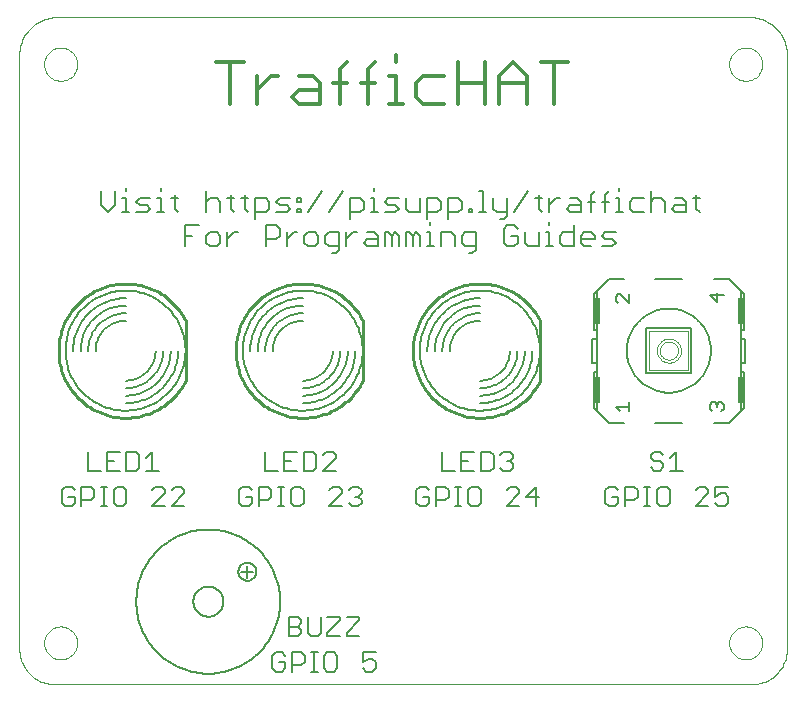
<source format=gto>
G04 EAGLE Gerber RS-274X export*
G75*
%MOIN*%
%FSLAX34Y34*%
%LPD*%
%INTop silk*%
%IPPOS*%
%AMOC8*
5,1,8,0,0,1.08239X$1,22.5*%
G01*
%ADD10C,0.000000*%
%ADD11C,0.006000*%
%ADD12C,0.012000*%
%ADD13C,0.010000*%
%ADD14C,0.005000*%
%ADD15C,0.002000*%
%ADD16R,0.020000X0.085000*%
%ADD17C,0.007000*%


D10*
X1181Y0D02*
X24409Y0D01*
X25591Y1181D02*
X25591Y20866D01*
X24409Y22244D02*
X1181Y22244D01*
X0Y20866D02*
X0Y1181D01*
X2Y1115D01*
X7Y1049D01*
X17Y983D01*
X30Y918D01*
X46Y854D01*
X66Y791D01*
X90Y729D01*
X117Y669D01*
X147Y610D01*
X181Y553D01*
X218Y498D01*
X258Y445D01*
X300Y394D01*
X346Y346D01*
X394Y300D01*
X445Y258D01*
X498Y218D01*
X553Y181D01*
X610Y147D01*
X669Y117D01*
X729Y90D01*
X791Y66D01*
X854Y46D01*
X918Y30D01*
X983Y17D01*
X1049Y7D01*
X1115Y2D01*
X1181Y0D01*
X24409Y0D02*
X24475Y2D01*
X24541Y7D01*
X24607Y17D01*
X24672Y30D01*
X24736Y46D01*
X24799Y66D01*
X24861Y90D01*
X24921Y117D01*
X24980Y147D01*
X25037Y181D01*
X25092Y218D01*
X25145Y258D01*
X25196Y300D01*
X25244Y346D01*
X25290Y394D01*
X25332Y445D01*
X25372Y498D01*
X25409Y553D01*
X25443Y610D01*
X25473Y669D01*
X25500Y729D01*
X25524Y791D01*
X25544Y854D01*
X25560Y918D01*
X25573Y983D01*
X25583Y1049D01*
X25588Y1115D01*
X25590Y1181D01*
X25590Y20867D02*
X25594Y20936D01*
X25593Y21005D01*
X25589Y21075D01*
X25581Y21144D01*
X25570Y21212D01*
X25555Y21280D01*
X25536Y21347D01*
X25513Y21413D01*
X25487Y21477D01*
X25458Y21540D01*
X25425Y21601D01*
X25389Y21661D01*
X25350Y21718D01*
X25307Y21773D01*
X25262Y21826D01*
X25214Y21876D01*
X25163Y21924D01*
X25110Y21969D01*
X25055Y22010D01*
X24997Y22049D01*
X24937Y22085D01*
X24876Y22117D01*
X24813Y22146D01*
X24748Y22171D01*
X24682Y22193D01*
X24615Y22211D01*
X24547Y22226D01*
X24479Y22237D01*
X24409Y22244D01*
X1182Y22244D02*
X1112Y22237D01*
X1044Y22226D01*
X976Y22211D01*
X909Y22193D01*
X843Y22171D01*
X778Y22146D01*
X715Y22117D01*
X654Y22085D01*
X594Y22049D01*
X536Y22010D01*
X481Y21969D01*
X428Y21924D01*
X377Y21876D01*
X329Y21826D01*
X284Y21773D01*
X241Y21718D01*
X202Y21661D01*
X166Y21601D01*
X133Y21540D01*
X104Y21477D01*
X78Y21413D01*
X55Y21347D01*
X36Y21280D01*
X21Y21212D01*
X10Y21144D01*
X2Y21075D01*
X-2Y21005D01*
X-3Y20936D01*
X1Y20867D01*
D11*
X1745Y6576D02*
X1852Y6469D01*
X1745Y6576D02*
X1532Y6576D01*
X1425Y6469D01*
X1425Y6042D01*
X1532Y5936D01*
X1745Y5936D01*
X1852Y6042D01*
X1852Y6256D01*
X1638Y6256D01*
X2069Y5936D02*
X2069Y6576D01*
X2390Y6576D01*
X2496Y6469D01*
X2496Y6256D01*
X2390Y6149D01*
X2069Y6149D01*
X2714Y5936D02*
X2927Y5936D01*
X2821Y5936D02*
X2821Y6576D01*
X2927Y6576D02*
X2714Y6576D01*
X3250Y6576D02*
X3464Y6576D01*
X3250Y6576D02*
X3144Y6469D01*
X3144Y6042D01*
X3250Y5936D01*
X3464Y5936D01*
X3571Y6042D01*
X3571Y6469D01*
X3464Y6576D01*
X4433Y5936D02*
X4860Y5936D01*
X4433Y5936D02*
X4860Y6363D01*
X4860Y6469D01*
X4753Y6576D01*
X4539Y6576D01*
X4433Y6469D01*
X5077Y5936D02*
X5504Y5936D01*
X5077Y5936D02*
X5504Y6363D01*
X5504Y6469D01*
X5398Y6576D01*
X5184Y6576D01*
X5077Y6469D01*
X7651Y6576D02*
X7757Y6469D01*
X7651Y6576D02*
X7437Y6576D01*
X7330Y6469D01*
X7330Y6042D01*
X7437Y5936D01*
X7651Y5936D01*
X7757Y6042D01*
X7757Y6256D01*
X7544Y6256D01*
X7975Y5936D02*
X7975Y6576D01*
X8295Y6576D01*
X8402Y6469D01*
X8402Y6256D01*
X8295Y6149D01*
X7975Y6149D01*
X8619Y5936D02*
X8833Y5936D01*
X8726Y5936D02*
X8726Y6576D01*
X8619Y6576D02*
X8833Y6576D01*
X9156Y6576D02*
X9369Y6576D01*
X9156Y6576D02*
X9049Y6469D01*
X9049Y6042D01*
X9156Y5936D01*
X9369Y5936D01*
X9476Y6042D01*
X9476Y6469D01*
X9369Y6576D01*
X10338Y5936D02*
X10765Y5936D01*
X10338Y5936D02*
X10765Y6363D01*
X10765Y6469D01*
X10658Y6576D01*
X10445Y6576D01*
X10338Y6469D01*
X10983Y6469D02*
X11090Y6576D01*
X11303Y6576D01*
X11410Y6469D01*
X11410Y6363D01*
X11303Y6256D01*
X11196Y6256D01*
X11303Y6256D02*
X11410Y6149D01*
X11410Y6042D01*
X11303Y5936D01*
X11090Y5936D01*
X10983Y6042D01*
X13556Y6576D02*
X13663Y6469D01*
X13556Y6576D02*
X13343Y6576D01*
X13236Y6469D01*
X13236Y6042D01*
X13343Y5936D01*
X13556Y5936D01*
X13663Y6042D01*
X13663Y6256D01*
X13449Y6256D01*
X13880Y5936D02*
X13880Y6576D01*
X14201Y6576D01*
X14307Y6469D01*
X14307Y6256D01*
X14201Y6149D01*
X13880Y6149D01*
X14525Y5936D02*
X14738Y5936D01*
X14632Y5936D02*
X14632Y6576D01*
X14738Y6576D02*
X14525Y6576D01*
X15061Y6576D02*
X15275Y6576D01*
X15061Y6576D02*
X14955Y6469D01*
X14955Y6042D01*
X15061Y5936D01*
X15275Y5936D01*
X15382Y6042D01*
X15382Y6469D01*
X15275Y6576D01*
X16244Y5936D02*
X16671Y5936D01*
X16244Y5936D02*
X16671Y6363D01*
X16671Y6469D01*
X16564Y6576D01*
X16350Y6576D01*
X16244Y6469D01*
X17209Y6576D02*
X17209Y5936D01*
X16888Y6256D02*
X17209Y6576D01*
X17315Y6256D02*
X16888Y6256D01*
X19855Y6576D02*
X19962Y6469D01*
X19855Y6576D02*
X19642Y6576D01*
X19535Y6469D01*
X19535Y6042D01*
X19642Y5936D01*
X19855Y5936D01*
X19962Y6042D01*
X19962Y6256D01*
X19749Y6256D01*
X20180Y5936D02*
X20180Y6576D01*
X20500Y6576D01*
X20607Y6469D01*
X20607Y6256D01*
X20500Y6149D01*
X20180Y6149D01*
X20824Y5936D02*
X21038Y5936D01*
X20931Y5936D02*
X20931Y6576D01*
X20824Y6576D02*
X21038Y6576D01*
X21361Y6576D02*
X21574Y6576D01*
X21361Y6576D02*
X21254Y6469D01*
X21254Y6042D01*
X21361Y5936D01*
X21574Y5936D01*
X21681Y6042D01*
X21681Y6469D01*
X21574Y6576D01*
X22543Y5936D02*
X22970Y5936D01*
X22543Y5936D02*
X22970Y6363D01*
X22970Y6469D01*
X22863Y6576D01*
X22650Y6576D01*
X22543Y6469D01*
X23187Y6576D02*
X23615Y6576D01*
X23187Y6576D02*
X23187Y6256D01*
X23401Y6363D01*
X23508Y6363D01*
X23615Y6256D01*
X23615Y6042D01*
X23508Y5936D01*
X23294Y5936D01*
X23187Y6042D01*
X2737Y15970D02*
X2737Y16438D01*
X2737Y15970D02*
X2970Y15737D01*
X3204Y15970D01*
X3204Y16438D01*
X3436Y16204D02*
X3553Y16204D01*
X3553Y15737D01*
X3436Y15737D02*
X3670Y15737D01*
X3553Y16438D02*
X3553Y16554D01*
X3903Y15737D02*
X4253Y15737D01*
X4370Y15854D01*
X4253Y15970D01*
X4020Y15970D01*
X3903Y16087D01*
X4020Y16204D01*
X4370Y16204D01*
X4603Y16204D02*
X4719Y16204D01*
X4719Y15737D01*
X4603Y15737D02*
X4836Y15737D01*
X4719Y16438D02*
X4719Y16554D01*
X5186Y16321D02*
X5186Y15854D01*
X5303Y15737D01*
X5303Y16204D02*
X5069Y16204D01*
X6236Y16438D02*
X6236Y15737D01*
X6236Y16087D02*
X6352Y16204D01*
X6586Y16204D01*
X6703Y16087D01*
X6703Y15737D01*
X7052Y15854D02*
X7052Y16321D01*
X7052Y15854D02*
X7169Y15737D01*
X7169Y16204D02*
X6935Y16204D01*
X7519Y16321D02*
X7519Y15854D01*
X7635Y15737D01*
X7635Y16204D02*
X7402Y16204D01*
X7868Y16204D02*
X7868Y15503D01*
X7868Y16204D02*
X8219Y16204D01*
X8335Y16087D01*
X8335Y15854D01*
X8219Y15737D01*
X7868Y15737D01*
X8568Y15737D02*
X8918Y15737D01*
X9035Y15854D01*
X8918Y15970D01*
X8685Y15970D01*
X8568Y16087D01*
X8685Y16204D01*
X9035Y16204D01*
X9268Y16204D02*
X9385Y16204D01*
X9385Y16087D01*
X9268Y16087D01*
X9268Y16204D01*
X9268Y15854D02*
X9385Y15854D01*
X9385Y15737D01*
X9268Y15737D01*
X9268Y15854D01*
X9618Y15737D02*
X10085Y16438D01*
X10785Y16438D02*
X10318Y15737D01*
X11017Y15503D02*
X11017Y16204D01*
X11368Y16204D01*
X11485Y16087D01*
X11485Y15854D01*
X11368Y15737D01*
X11017Y15737D01*
X11717Y16204D02*
X11834Y16204D01*
X11834Y15737D01*
X11717Y15737D02*
X11951Y15737D01*
X11834Y16438D02*
X11834Y16554D01*
X12184Y15737D02*
X12534Y15737D01*
X12651Y15854D01*
X12534Y15970D01*
X12301Y15970D01*
X12184Y16087D01*
X12301Y16204D01*
X12651Y16204D01*
X12884Y16204D02*
X12884Y15854D01*
X13000Y15737D01*
X13351Y15737D01*
X13351Y16204D01*
X13583Y16204D02*
X13583Y15503D01*
X13583Y16204D02*
X13934Y16204D01*
X14050Y16087D01*
X14050Y15854D01*
X13934Y15737D01*
X13583Y15737D01*
X14283Y15503D02*
X14283Y16204D01*
X14633Y16204D01*
X14750Y16087D01*
X14750Y15854D01*
X14633Y15737D01*
X14283Y15737D01*
X14983Y15737D02*
X14983Y15854D01*
X15100Y15854D01*
X15100Y15737D01*
X14983Y15737D01*
X15333Y16438D02*
X15450Y16438D01*
X15450Y15737D01*
X15566Y15737D02*
X15333Y15737D01*
X15799Y15854D02*
X15799Y16204D01*
X15799Y15854D02*
X15916Y15737D01*
X16266Y15737D01*
X16266Y15620D02*
X16266Y16204D01*
X16266Y15620D02*
X16150Y15503D01*
X16033Y15503D01*
X16499Y15737D02*
X16966Y16438D01*
X17316Y16321D02*
X17316Y15854D01*
X17433Y15737D01*
X17433Y16204D02*
X17199Y16204D01*
X17666Y16204D02*
X17666Y15737D01*
X17666Y15970D02*
X17899Y16204D01*
X18016Y16204D01*
X18365Y16204D02*
X18599Y16204D01*
X18716Y16087D01*
X18716Y15737D01*
X18365Y15737D01*
X18249Y15854D01*
X18365Y15970D01*
X18716Y15970D01*
X19065Y15737D02*
X19065Y16321D01*
X19182Y16438D01*
X19182Y16087D02*
X18948Y16087D01*
X19532Y16321D02*
X19532Y15737D01*
X19532Y16321D02*
X19649Y16438D01*
X19649Y16087D02*
X19415Y16087D01*
X19882Y16204D02*
X19998Y16204D01*
X19998Y15737D01*
X19882Y15737D02*
X20115Y15737D01*
X19998Y16438D02*
X19998Y16554D01*
X20465Y16204D02*
X20815Y16204D01*
X20465Y16204D02*
X20348Y16087D01*
X20348Y15854D01*
X20465Y15737D01*
X20815Y15737D01*
X21048Y15737D02*
X21048Y16438D01*
X21165Y16204D02*
X21048Y16087D01*
X21165Y16204D02*
X21398Y16204D01*
X21515Y16087D01*
X21515Y15737D01*
X21864Y16204D02*
X22098Y16204D01*
X22215Y16087D01*
X22215Y15737D01*
X21864Y15737D01*
X21748Y15854D01*
X21864Y15970D01*
X22215Y15970D01*
X22564Y15854D02*
X22564Y16321D01*
X22564Y15854D02*
X22681Y15737D01*
X22681Y16204D02*
X22447Y16204D01*
X5536Y15298D02*
X5536Y14597D01*
X5536Y15298D02*
X6003Y15298D01*
X5769Y14947D02*
X5536Y14947D01*
X6352Y14597D02*
X6586Y14597D01*
X6703Y14714D01*
X6703Y14947D01*
X6586Y15064D01*
X6352Y15064D01*
X6236Y14947D01*
X6236Y14714D01*
X6352Y14597D01*
X6935Y14597D02*
X6935Y15064D01*
X6935Y14830D02*
X7169Y15064D01*
X7286Y15064D01*
X8218Y15298D02*
X8218Y14597D01*
X8218Y15298D02*
X8569Y15298D01*
X8685Y15181D01*
X8685Y14947D01*
X8569Y14830D01*
X8218Y14830D01*
X8918Y14597D02*
X8918Y15064D01*
X8918Y14830D02*
X9152Y15064D01*
X9268Y15064D01*
X9618Y14597D02*
X9852Y14597D01*
X9968Y14714D01*
X9968Y14947D01*
X9852Y15064D01*
X9618Y15064D01*
X9501Y14947D01*
X9501Y14714D01*
X9618Y14597D01*
X10435Y14363D02*
X10551Y14363D01*
X10668Y14480D01*
X10668Y15064D01*
X10318Y15064D01*
X10201Y14947D01*
X10201Y14714D01*
X10318Y14597D01*
X10668Y14597D01*
X10901Y14597D02*
X10901Y15064D01*
X11134Y15064D02*
X10901Y14830D01*
X11134Y15064D02*
X11251Y15064D01*
X11601Y15064D02*
X11834Y15064D01*
X11951Y14947D01*
X11951Y14597D01*
X11601Y14597D01*
X11484Y14714D01*
X11601Y14830D01*
X11951Y14830D01*
X12184Y14597D02*
X12184Y15064D01*
X12301Y15064D01*
X12417Y14947D01*
X12417Y14597D01*
X12417Y14947D02*
X12534Y15064D01*
X12651Y14947D01*
X12651Y14597D01*
X12884Y14597D02*
X12884Y15064D01*
X13000Y15064D01*
X13117Y14947D01*
X13117Y14597D01*
X13117Y14947D02*
X13234Y15064D01*
X13351Y14947D01*
X13351Y14597D01*
X13583Y15064D02*
X13700Y15064D01*
X13700Y14597D01*
X13583Y14597D02*
X13817Y14597D01*
X13700Y15298D02*
X13700Y15414D01*
X14050Y15064D02*
X14050Y14597D01*
X14050Y15064D02*
X14400Y15064D01*
X14517Y14947D01*
X14517Y14597D01*
X14983Y14363D02*
X15100Y14363D01*
X15217Y14480D01*
X15217Y15064D01*
X14866Y15064D01*
X14750Y14947D01*
X14750Y14714D01*
X14866Y14597D01*
X15217Y14597D01*
X16500Y15298D02*
X16616Y15181D01*
X16500Y15298D02*
X16266Y15298D01*
X16149Y15181D01*
X16149Y14714D01*
X16266Y14597D01*
X16500Y14597D01*
X16616Y14714D01*
X16616Y14947D01*
X16383Y14947D01*
X16849Y15064D02*
X16849Y14714D01*
X16966Y14597D01*
X17316Y14597D01*
X17316Y15064D01*
X17549Y15064D02*
X17666Y15064D01*
X17666Y14597D01*
X17782Y14597D02*
X17549Y14597D01*
X17666Y15298D02*
X17666Y15414D01*
X18482Y15298D02*
X18482Y14597D01*
X18132Y14597D01*
X18015Y14714D01*
X18015Y14947D01*
X18132Y15064D01*
X18482Y15064D01*
X18832Y14597D02*
X19066Y14597D01*
X18832Y14597D02*
X18715Y14714D01*
X18715Y14947D01*
X18832Y15064D01*
X19066Y15064D01*
X19182Y14947D01*
X19182Y14830D01*
X18715Y14830D01*
X19415Y14597D02*
X19765Y14597D01*
X19882Y14714D01*
X19765Y14830D01*
X19532Y14830D01*
X19415Y14947D01*
X19532Y15064D01*
X19882Y15064D01*
D12*
X7019Y19351D02*
X7019Y20733D01*
X7479Y20733D02*
X6558Y20733D01*
X7939Y20272D02*
X7939Y19351D01*
X7939Y19812D02*
X8400Y20272D01*
X8630Y20272D01*
X9321Y20272D02*
X9781Y20272D01*
X10011Y20042D01*
X10011Y19351D01*
X9321Y19351D01*
X9090Y19582D01*
X9321Y19812D01*
X10011Y19812D01*
X10702Y19351D02*
X10702Y20502D01*
X10932Y20733D01*
X10932Y20042D02*
X10472Y20042D01*
X11623Y20502D02*
X11623Y19351D01*
X11623Y20502D02*
X11853Y20733D01*
X11853Y20042D02*
X11392Y20042D01*
X12313Y20272D02*
X12543Y20272D01*
X12543Y19351D01*
X12313Y19351D02*
X12774Y19351D01*
X12543Y20733D02*
X12543Y20963D01*
X13464Y20272D02*
X14155Y20272D01*
X13464Y20272D02*
X13234Y20042D01*
X13234Y19582D01*
X13464Y19351D01*
X14155Y19351D01*
X14615Y19351D02*
X14615Y20733D01*
X14615Y20042D02*
X15536Y20042D01*
X15536Y20733D02*
X15536Y19351D01*
X15996Y19351D02*
X15996Y20272D01*
X16457Y20733D01*
X16917Y20272D01*
X16917Y19351D01*
X16917Y20042D02*
X15996Y20042D01*
X17838Y19351D02*
X17838Y20733D01*
X18298Y20733D02*
X17377Y20733D01*
D11*
X8760Y1064D02*
X8867Y957D01*
X8760Y1064D02*
X8547Y1064D01*
X8440Y957D01*
X8440Y530D01*
X8547Y424D01*
X8760Y424D01*
X8867Y530D01*
X8867Y744D01*
X8654Y744D01*
X9085Y424D02*
X9085Y1064D01*
X9405Y1064D01*
X9512Y957D01*
X9512Y744D01*
X9405Y637D01*
X9085Y637D01*
X9729Y424D02*
X9943Y424D01*
X9836Y424D02*
X9836Y1064D01*
X9729Y1064D02*
X9943Y1064D01*
X10266Y1064D02*
X10479Y1064D01*
X10266Y1064D02*
X10159Y957D01*
X10159Y530D01*
X10266Y424D01*
X10479Y424D01*
X10586Y530D01*
X10586Y957D01*
X10479Y1064D01*
X11448Y1064D02*
X11875Y1064D01*
X11448Y1064D02*
X11448Y744D01*
X11661Y851D01*
X11768Y851D01*
X11875Y744D01*
X11875Y530D01*
X11768Y424D01*
X11555Y424D01*
X11448Y530D01*
D10*
X827Y20669D02*
X829Y20716D01*
X835Y20762D01*
X845Y20808D01*
X858Y20853D01*
X876Y20896D01*
X897Y20938D01*
X921Y20978D01*
X949Y21015D01*
X980Y21050D01*
X1014Y21083D01*
X1050Y21112D01*
X1089Y21138D01*
X1130Y21161D01*
X1173Y21180D01*
X1217Y21196D01*
X1262Y21208D01*
X1308Y21216D01*
X1355Y21220D01*
X1401Y21220D01*
X1448Y21216D01*
X1494Y21208D01*
X1539Y21196D01*
X1583Y21180D01*
X1626Y21161D01*
X1667Y21138D01*
X1706Y21112D01*
X1742Y21083D01*
X1776Y21050D01*
X1807Y21015D01*
X1835Y20978D01*
X1859Y20938D01*
X1880Y20896D01*
X1898Y20853D01*
X1911Y20808D01*
X1921Y20762D01*
X1927Y20716D01*
X1929Y20669D01*
X1927Y20622D01*
X1921Y20576D01*
X1911Y20530D01*
X1898Y20485D01*
X1880Y20442D01*
X1859Y20400D01*
X1835Y20360D01*
X1807Y20323D01*
X1776Y20288D01*
X1742Y20255D01*
X1706Y20226D01*
X1667Y20200D01*
X1626Y20177D01*
X1583Y20158D01*
X1539Y20142D01*
X1494Y20130D01*
X1448Y20122D01*
X1401Y20118D01*
X1355Y20118D01*
X1308Y20122D01*
X1262Y20130D01*
X1217Y20142D01*
X1173Y20158D01*
X1130Y20177D01*
X1089Y20200D01*
X1050Y20226D01*
X1014Y20255D01*
X980Y20288D01*
X949Y20323D01*
X921Y20360D01*
X897Y20400D01*
X876Y20442D01*
X858Y20485D01*
X845Y20530D01*
X835Y20576D01*
X829Y20622D01*
X827Y20669D01*
X23662Y20669D02*
X23664Y20716D01*
X23670Y20762D01*
X23680Y20808D01*
X23693Y20853D01*
X23711Y20896D01*
X23732Y20938D01*
X23756Y20978D01*
X23784Y21015D01*
X23815Y21050D01*
X23849Y21083D01*
X23885Y21112D01*
X23924Y21138D01*
X23965Y21161D01*
X24008Y21180D01*
X24052Y21196D01*
X24097Y21208D01*
X24143Y21216D01*
X24190Y21220D01*
X24236Y21220D01*
X24283Y21216D01*
X24329Y21208D01*
X24374Y21196D01*
X24418Y21180D01*
X24461Y21161D01*
X24502Y21138D01*
X24541Y21112D01*
X24577Y21083D01*
X24611Y21050D01*
X24642Y21015D01*
X24670Y20978D01*
X24694Y20938D01*
X24715Y20896D01*
X24733Y20853D01*
X24746Y20808D01*
X24756Y20762D01*
X24762Y20716D01*
X24764Y20669D01*
X24762Y20622D01*
X24756Y20576D01*
X24746Y20530D01*
X24733Y20485D01*
X24715Y20442D01*
X24694Y20400D01*
X24670Y20360D01*
X24642Y20323D01*
X24611Y20288D01*
X24577Y20255D01*
X24541Y20226D01*
X24502Y20200D01*
X24461Y20177D01*
X24418Y20158D01*
X24374Y20142D01*
X24329Y20130D01*
X24283Y20122D01*
X24236Y20118D01*
X24190Y20118D01*
X24143Y20122D01*
X24097Y20130D01*
X24052Y20142D01*
X24008Y20158D01*
X23965Y20177D01*
X23924Y20200D01*
X23885Y20226D01*
X23849Y20255D01*
X23815Y20288D01*
X23784Y20323D01*
X23756Y20360D01*
X23732Y20400D01*
X23711Y20442D01*
X23693Y20485D01*
X23680Y20530D01*
X23670Y20576D01*
X23664Y20622D01*
X23662Y20669D01*
X827Y1378D02*
X829Y1425D01*
X835Y1471D01*
X845Y1517D01*
X858Y1562D01*
X876Y1605D01*
X897Y1647D01*
X921Y1687D01*
X949Y1724D01*
X980Y1759D01*
X1014Y1792D01*
X1050Y1821D01*
X1089Y1847D01*
X1130Y1870D01*
X1173Y1889D01*
X1217Y1905D01*
X1262Y1917D01*
X1308Y1925D01*
X1355Y1929D01*
X1401Y1929D01*
X1448Y1925D01*
X1494Y1917D01*
X1539Y1905D01*
X1583Y1889D01*
X1626Y1870D01*
X1667Y1847D01*
X1706Y1821D01*
X1742Y1792D01*
X1776Y1759D01*
X1807Y1724D01*
X1835Y1687D01*
X1859Y1647D01*
X1880Y1605D01*
X1898Y1562D01*
X1911Y1517D01*
X1921Y1471D01*
X1927Y1425D01*
X1929Y1378D01*
X1927Y1331D01*
X1921Y1285D01*
X1911Y1239D01*
X1898Y1194D01*
X1880Y1151D01*
X1859Y1109D01*
X1835Y1069D01*
X1807Y1032D01*
X1776Y997D01*
X1742Y964D01*
X1706Y935D01*
X1667Y909D01*
X1626Y886D01*
X1583Y867D01*
X1539Y851D01*
X1494Y839D01*
X1448Y831D01*
X1401Y827D01*
X1355Y827D01*
X1308Y831D01*
X1262Y839D01*
X1217Y851D01*
X1173Y867D01*
X1130Y886D01*
X1089Y909D01*
X1050Y935D01*
X1014Y964D01*
X980Y997D01*
X949Y1032D01*
X921Y1069D01*
X897Y1109D01*
X876Y1151D01*
X858Y1194D01*
X845Y1239D01*
X835Y1285D01*
X829Y1331D01*
X827Y1378D01*
X23662Y1378D02*
X23664Y1425D01*
X23670Y1471D01*
X23680Y1517D01*
X23693Y1562D01*
X23711Y1605D01*
X23732Y1647D01*
X23756Y1687D01*
X23784Y1724D01*
X23815Y1759D01*
X23849Y1792D01*
X23885Y1821D01*
X23924Y1847D01*
X23965Y1870D01*
X24008Y1889D01*
X24052Y1905D01*
X24097Y1917D01*
X24143Y1925D01*
X24190Y1929D01*
X24236Y1929D01*
X24283Y1925D01*
X24329Y1917D01*
X24374Y1905D01*
X24418Y1889D01*
X24461Y1870D01*
X24502Y1847D01*
X24541Y1821D01*
X24577Y1792D01*
X24611Y1759D01*
X24642Y1724D01*
X24670Y1687D01*
X24694Y1647D01*
X24715Y1605D01*
X24733Y1562D01*
X24746Y1517D01*
X24756Y1471D01*
X24762Y1425D01*
X24764Y1378D01*
X24762Y1331D01*
X24756Y1285D01*
X24746Y1239D01*
X24733Y1194D01*
X24715Y1151D01*
X24694Y1109D01*
X24670Y1069D01*
X24642Y1032D01*
X24611Y997D01*
X24577Y964D01*
X24541Y935D01*
X24502Y909D01*
X24461Y886D01*
X24418Y867D01*
X24374Y851D01*
X24329Y839D01*
X24283Y831D01*
X24236Y827D01*
X24190Y827D01*
X24143Y831D01*
X24097Y839D01*
X24052Y851D01*
X24008Y867D01*
X23965Y886D01*
X23924Y909D01*
X23885Y935D01*
X23849Y964D01*
X23815Y997D01*
X23784Y1032D01*
X23756Y1069D01*
X23732Y1109D01*
X23711Y1151D01*
X23693Y1194D01*
X23680Y1239D01*
X23670Y1285D01*
X23664Y1331D01*
X23662Y1378D01*
D13*
X5543Y10122D02*
X5499Y10039D01*
X5452Y9958D01*
X5402Y9880D01*
X5348Y9803D01*
X5292Y9728D01*
X5232Y9657D01*
X5169Y9587D01*
X5103Y9521D01*
X5035Y9457D01*
X4964Y9396D01*
X4891Y9338D01*
X4815Y9283D01*
X4737Y9231D01*
X4657Y9183D01*
X4575Y9138D01*
X4491Y9097D01*
X4405Y9059D01*
X4318Y9025D01*
X4230Y8994D01*
X4140Y8967D01*
X4049Y8944D01*
X3958Y8925D01*
X3866Y8909D01*
X3773Y8898D01*
X3679Y8890D01*
X3586Y8886D01*
X3492Y8887D01*
X3399Y8891D01*
X3306Y8899D01*
X3213Y8910D01*
X3121Y8926D01*
X3029Y8946D01*
X2939Y8969D01*
X2849Y8996D01*
X2761Y9027D01*
X2674Y9062D01*
X2588Y9100D01*
X2505Y9142D01*
X2423Y9187D01*
X2343Y9235D01*
X2265Y9287D01*
X2189Y9342D01*
X2116Y9400D01*
X2045Y9462D01*
X1977Y9526D01*
X1912Y9593D01*
X1849Y9662D01*
X1790Y9734D01*
X1733Y9809D01*
X1680Y9886D01*
X1630Y9965D01*
X1583Y10046D01*
X1540Y10129D01*
X1500Y10213D01*
X1464Y10300D01*
X1431Y10387D01*
X1402Y10476D01*
X1377Y10567D01*
X1356Y10658D01*
X1338Y10750D01*
X1325Y10842D01*
X1315Y10935D01*
X1309Y11028D01*
X1307Y11122D01*
X1309Y11216D01*
X1315Y11309D01*
X1325Y11402D01*
X1338Y11494D01*
X1356Y11586D01*
X1377Y11677D01*
X1402Y11768D01*
X1431Y11857D01*
X1464Y11944D01*
X1500Y12031D01*
X1540Y12115D01*
X1583Y12198D01*
X1630Y12279D01*
X1680Y12358D01*
X1733Y12435D01*
X1790Y12510D01*
X1849Y12582D01*
X1912Y12651D01*
X1977Y12718D01*
X2045Y12782D01*
X2116Y12844D01*
X2189Y12902D01*
X2265Y12957D01*
X2343Y13009D01*
X2423Y13057D01*
X2505Y13102D01*
X2588Y13144D01*
X2674Y13182D01*
X2761Y13217D01*
X2849Y13248D01*
X2939Y13275D01*
X3029Y13298D01*
X3121Y13318D01*
X3213Y13334D01*
X3306Y13345D01*
X3399Y13353D01*
X3492Y13357D01*
X3586Y13358D01*
X3679Y13354D01*
X3773Y13346D01*
X3866Y13335D01*
X3958Y13319D01*
X4049Y13300D01*
X4140Y13277D01*
X4230Y13250D01*
X4318Y13219D01*
X4405Y13185D01*
X4491Y13147D01*
X4575Y13106D01*
X4657Y13061D01*
X4737Y13013D01*
X4815Y12961D01*
X4891Y12906D01*
X4964Y12848D01*
X5035Y12787D01*
X5103Y12723D01*
X5169Y12657D01*
X5232Y12587D01*
X5292Y12516D01*
X5348Y12441D01*
X5402Y12364D01*
X5452Y12286D01*
X5499Y12205D01*
X5543Y12122D01*
D14*
X5293Y11122D02*
X5291Y11041D01*
X5286Y10961D01*
X5276Y10880D01*
X5263Y10800D01*
X5247Y10721D01*
X5226Y10643D01*
X5202Y10566D01*
X5175Y10490D01*
X5144Y10415D01*
X5110Y10342D01*
X5072Y10270D01*
X5031Y10201D01*
X4987Y10133D01*
X4940Y10067D01*
X4889Y10004D01*
X4836Y9943D01*
X4780Y9885D01*
X4722Y9829D01*
X4661Y9776D01*
X4598Y9725D01*
X4532Y9678D01*
X4464Y9634D01*
X4395Y9593D01*
X4323Y9555D01*
X4250Y9521D01*
X4175Y9490D01*
X4099Y9463D01*
X4022Y9439D01*
X3944Y9418D01*
X3865Y9402D01*
X3785Y9389D01*
X3704Y9379D01*
X3624Y9374D01*
X3543Y9372D01*
X3543Y9622D02*
X3619Y9624D01*
X3695Y9630D01*
X3770Y9639D01*
X3845Y9653D01*
X3919Y9670D01*
X3992Y9691D01*
X4064Y9715D01*
X4135Y9744D01*
X4204Y9775D01*
X4271Y9810D01*
X4336Y9849D01*
X4400Y9891D01*
X4461Y9936D01*
X4520Y9984D01*
X4576Y10035D01*
X4630Y10089D01*
X4681Y10145D01*
X4729Y10204D01*
X4774Y10265D01*
X4816Y10329D01*
X4855Y10394D01*
X4890Y10461D01*
X4921Y10530D01*
X4950Y10601D01*
X4974Y10673D01*
X4995Y10746D01*
X5012Y10820D01*
X5026Y10895D01*
X5035Y10970D01*
X5041Y11046D01*
X5043Y11122D01*
X4793Y11122D02*
X4791Y11054D01*
X4786Y10987D01*
X4777Y10920D01*
X4764Y10853D01*
X4747Y10788D01*
X4728Y10723D01*
X4704Y10659D01*
X4677Y10597D01*
X4647Y10536D01*
X4614Y10478D01*
X4578Y10421D01*
X4538Y10366D01*
X4496Y10313D01*
X4450Y10262D01*
X4403Y10215D01*
X4352Y10169D01*
X4299Y10127D01*
X4244Y10087D01*
X4187Y10051D01*
X4129Y10018D01*
X4068Y9988D01*
X4006Y9961D01*
X3942Y9937D01*
X3877Y9918D01*
X3812Y9901D01*
X3745Y9888D01*
X3678Y9879D01*
X3611Y9874D01*
X3543Y9872D01*
X3543Y10122D02*
X3603Y10124D01*
X3664Y10129D01*
X3723Y10138D01*
X3782Y10151D01*
X3841Y10167D01*
X3898Y10187D01*
X3953Y10210D01*
X4008Y10237D01*
X4060Y10266D01*
X4111Y10299D01*
X4160Y10335D01*
X4206Y10373D01*
X4250Y10415D01*
X4292Y10459D01*
X4330Y10505D01*
X4366Y10554D01*
X4399Y10605D01*
X4428Y10657D01*
X4455Y10712D01*
X4478Y10767D01*
X4498Y10824D01*
X4514Y10883D01*
X4527Y10942D01*
X4536Y11001D01*
X4541Y11062D01*
X4543Y11122D01*
X3543Y12872D02*
X3462Y12870D01*
X3382Y12865D01*
X3301Y12855D01*
X3221Y12842D01*
X3142Y12826D01*
X3064Y12805D01*
X2987Y12781D01*
X2911Y12754D01*
X2836Y12723D01*
X2763Y12689D01*
X2691Y12651D01*
X2622Y12610D01*
X2554Y12566D01*
X2488Y12519D01*
X2425Y12468D01*
X2364Y12415D01*
X2306Y12359D01*
X2250Y12301D01*
X2197Y12240D01*
X2146Y12177D01*
X2099Y12111D01*
X2055Y12043D01*
X2014Y11974D01*
X1976Y11902D01*
X1942Y11829D01*
X1911Y11754D01*
X1884Y11678D01*
X1860Y11601D01*
X1839Y11523D01*
X1823Y11444D01*
X1810Y11364D01*
X1800Y11283D01*
X1795Y11203D01*
X1793Y11122D01*
X2043Y11122D02*
X2045Y11198D01*
X2051Y11274D01*
X2060Y11349D01*
X2074Y11424D01*
X2091Y11498D01*
X2112Y11571D01*
X2136Y11643D01*
X2165Y11714D01*
X2196Y11783D01*
X2231Y11850D01*
X2270Y11915D01*
X2312Y11979D01*
X2357Y12040D01*
X2405Y12099D01*
X2456Y12155D01*
X2510Y12209D01*
X2566Y12260D01*
X2625Y12308D01*
X2686Y12353D01*
X2750Y12395D01*
X2815Y12434D01*
X2882Y12469D01*
X2951Y12500D01*
X3022Y12529D01*
X3094Y12553D01*
X3167Y12574D01*
X3241Y12591D01*
X3316Y12605D01*
X3391Y12614D01*
X3467Y12620D01*
X3543Y12622D01*
X3543Y12372D02*
X3475Y12370D01*
X3408Y12365D01*
X3341Y12356D01*
X3274Y12343D01*
X3209Y12326D01*
X3144Y12307D01*
X3080Y12283D01*
X3018Y12256D01*
X2957Y12226D01*
X2899Y12193D01*
X2842Y12157D01*
X2787Y12117D01*
X2734Y12075D01*
X2683Y12029D01*
X2636Y11982D01*
X2590Y11931D01*
X2548Y11878D01*
X2508Y11823D01*
X2472Y11766D01*
X2439Y11708D01*
X2409Y11647D01*
X2382Y11585D01*
X2358Y11521D01*
X2339Y11456D01*
X2322Y11391D01*
X2309Y11324D01*
X2300Y11257D01*
X2295Y11190D01*
X2293Y11122D01*
X2543Y11122D02*
X2545Y11182D01*
X2550Y11243D01*
X2559Y11302D01*
X2572Y11361D01*
X2588Y11420D01*
X2608Y11477D01*
X2631Y11532D01*
X2658Y11587D01*
X2687Y11639D01*
X2720Y11690D01*
X2756Y11739D01*
X2794Y11785D01*
X2836Y11829D01*
X2880Y11871D01*
X2926Y11909D01*
X2975Y11945D01*
X3026Y11978D01*
X3078Y12007D01*
X3133Y12034D01*
X3188Y12057D01*
X3245Y12077D01*
X3304Y12093D01*
X3363Y12106D01*
X3422Y12115D01*
X3483Y12120D01*
X3543Y12122D01*
D13*
X5543Y12122D02*
X5543Y10122D01*
D14*
X1543Y11122D02*
X1545Y11211D01*
X1551Y11300D01*
X1561Y11389D01*
X1575Y11477D01*
X1592Y11564D01*
X1614Y11650D01*
X1640Y11736D01*
X1669Y11820D01*
X1702Y11903D01*
X1738Y11984D01*
X1779Y12064D01*
X1822Y12141D01*
X1869Y12217D01*
X1920Y12290D01*
X1973Y12361D01*
X2030Y12430D01*
X2090Y12496D01*
X2153Y12560D01*
X2218Y12620D01*
X2286Y12678D01*
X2357Y12732D01*
X2430Y12783D01*
X2505Y12831D01*
X2582Y12876D01*
X2661Y12917D01*
X2742Y12954D01*
X2824Y12988D01*
X2908Y13019D01*
X2993Y13045D01*
X3079Y13068D01*
X3166Y13086D01*
X3254Y13101D01*
X3343Y13112D01*
X3432Y13119D01*
X3521Y13122D01*
X3610Y13121D01*
X3699Y13116D01*
X3787Y13107D01*
X3876Y13094D01*
X3963Y13077D01*
X4050Y13057D01*
X4136Y13032D01*
X4220Y13004D01*
X4303Y12972D01*
X4385Y12936D01*
X4465Y12897D01*
X4543Y12854D01*
X4619Y12808D01*
X4693Y12758D01*
X4765Y12705D01*
X4834Y12649D01*
X4901Y12590D01*
X4965Y12528D01*
X5026Y12464D01*
X5085Y12396D01*
X5140Y12326D01*
X5192Y12254D01*
X5241Y12179D01*
X5286Y12103D01*
X5328Y12024D01*
X5366Y11944D01*
X5401Y11862D01*
X5432Y11778D01*
X5460Y11693D01*
X5483Y11607D01*
X5503Y11520D01*
X5519Y11433D01*
X5531Y11344D01*
X5539Y11256D01*
X5543Y11167D01*
X5543Y11077D01*
X5539Y10988D01*
X5531Y10900D01*
X5519Y10811D01*
X5503Y10724D01*
X5483Y10637D01*
X5460Y10551D01*
X5432Y10466D01*
X5401Y10382D01*
X5366Y10300D01*
X5328Y10220D01*
X5286Y10141D01*
X5241Y10065D01*
X5192Y9990D01*
X5140Y9918D01*
X5085Y9848D01*
X5026Y9780D01*
X4965Y9716D01*
X4901Y9654D01*
X4834Y9595D01*
X4765Y9539D01*
X4693Y9486D01*
X4619Y9436D01*
X4543Y9390D01*
X4465Y9347D01*
X4385Y9308D01*
X4303Y9272D01*
X4220Y9240D01*
X4136Y9212D01*
X4050Y9187D01*
X3963Y9167D01*
X3876Y9150D01*
X3787Y9137D01*
X3699Y9128D01*
X3610Y9123D01*
X3521Y9122D01*
X3432Y9125D01*
X3343Y9132D01*
X3254Y9143D01*
X3166Y9158D01*
X3079Y9176D01*
X2993Y9199D01*
X2908Y9225D01*
X2824Y9256D01*
X2742Y9290D01*
X2661Y9327D01*
X2582Y9368D01*
X2505Y9413D01*
X2430Y9461D01*
X2357Y9512D01*
X2286Y9566D01*
X2218Y9624D01*
X2153Y9684D01*
X2090Y9748D01*
X2030Y9814D01*
X1973Y9883D01*
X1920Y9954D01*
X1869Y10027D01*
X1822Y10103D01*
X1779Y10180D01*
X1738Y10260D01*
X1702Y10341D01*
X1669Y10424D01*
X1640Y10508D01*
X1614Y10594D01*
X1592Y10680D01*
X1575Y10767D01*
X1561Y10855D01*
X1551Y10944D01*
X1545Y11033D01*
X1543Y11122D01*
D11*
X2284Y7757D02*
X2284Y7117D01*
X2711Y7117D01*
X2929Y7757D02*
X3356Y7757D01*
X2929Y7757D02*
X2929Y7117D01*
X3356Y7117D01*
X3142Y7437D02*
X2929Y7437D01*
X3573Y7757D02*
X3573Y7117D01*
X3894Y7117D01*
X4000Y7223D01*
X4000Y7650D01*
X3894Y7757D01*
X3573Y7757D01*
X4218Y7544D02*
X4431Y7757D01*
X4431Y7117D01*
X4218Y7117D02*
X4645Y7117D01*
D13*
X11449Y10122D02*
X11405Y10039D01*
X11358Y9958D01*
X11308Y9880D01*
X11254Y9803D01*
X11198Y9728D01*
X11138Y9657D01*
X11075Y9587D01*
X11009Y9521D01*
X10941Y9457D01*
X10870Y9396D01*
X10797Y9338D01*
X10721Y9283D01*
X10643Y9231D01*
X10563Y9183D01*
X10481Y9138D01*
X10397Y9097D01*
X10311Y9059D01*
X10224Y9025D01*
X10136Y8994D01*
X10046Y8967D01*
X9955Y8944D01*
X9864Y8925D01*
X9772Y8909D01*
X9679Y8898D01*
X9585Y8890D01*
X9492Y8886D01*
X9398Y8887D01*
X9305Y8891D01*
X9212Y8899D01*
X9119Y8910D01*
X9027Y8926D01*
X8935Y8946D01*
X8845Y8969D01*
X8755Y8996D01*
X8667Y9027D01*
X8580Y9062D01*
X8494Y9100D01*
X8411Y9142D01*
X8329Y9187D01*
X8249Y9235D01*
X8171Y9287D01*
X8095Y9342D01*
X8022Y9400D01*
X7951Y9462D01*
X7883Y9526D01*
X7818Y9593D01*
X7755Y9662D01*
X7696Y9734D01*
X7639Y9809D01*
X7586Y9886D01*
X7536Y9965D01*
X7489Y10046D01*
X7446Y10129D01*
X7406Y10213D01*
X7370Y10300D01*
X7337Y10387D01*
X7308Y10476D01*
X7283Y10567D01*
X7262Y10658D01*
X7244Y10750D01*
X7231Y10842D01*
X7221Y10935D01*
X7215Y11028D01*
X7213Y11122D01*
X7215Y11216D01*
X7221Y11309D01*
X7231Y11402D01*
X7244Y11494D01*
X7262Y11586D01*
X7283Y11677D01*
X7308Y11768D01*
X7337Y11857D01*
X7370Y11944D01*
X7406Y12031D01*
X7446Y12115D01*
X7489Y12198D01*
X7536Y12279D01*
X7586Y12358D01*
X7639Y12435D01*
X7696Y12510D01*
X7755Y12582D01*
X7818Y12651D01*
X7883Y12718D01*
X7951Y12782D01*
X8022Y12844D01*
X8095Y12902D01*
X8171Y12957D01*
X8249Y13009D01*
X8329Y13057D01*
X8411Y13102D01*
X8494Y13144D01*
X8580Y13182D01*
X8667Y13217D01*
X8755Y13248D01*
X8845Y13275D01*
X8935Y13298D01*
X9027Y13318D01*
X9119Y13334D01*
X9212Y13345D01*
X9305Y13353D01*
X9398Y13357D01*
X9492Y13358D01*
X9585Y13354D01*
X9679Y13346D01*
X9772Y13335D01*
X9864Y13319D01*
X9955Y13300D01*
X10046Y13277D01*
X10136Y13250D01*
X10224Y13219D01*
X10311Y13185D01*
X10397Y13147D01*
X10481Y13106D01*
X10563Y13061D01*
X10643Y13013D01*
X10721Y12961D01*
X10797Y12906D01*
X10870Y12848D01*
X10941Y12787D01*
X11009Y12723D01*
X11075Y12657D01*
X11138Y12587D01*
X11198Y12516D01*
X11254Y12441D01*
X11308Y12364D01*
X11358Y12286D01*
X11405Y12205D01*
X11449Y12122D01*
D14*
X11199Y11122D02*
X11197Y11041D01*
X11192Y10961D01*
X11182Y10880D01*
X11169Y10800D01*
X11153Y10721D01*
X11132Y10643D01*
X11108Y10566D01*
X11081Y10490D01*
X11050Y10415D01*
X11016Y10342D01*
X10978Y10270D01*
X10937Y10201D01*
X10893Y10133D01*
X10846Y10067D01*
X10795Y10004D01*
X10742Y9943D01*
X10686Y9885D01*
X10628Y9829D01*
X10567Y9776D01*
X10504Y9725D01*
X10438Y9678D01*
X10370Y9634D01*
X10301Y9593D01*
X10229Y9555D01*
X10156Y9521D01*
X10081Y9490D01*
X10005Y9463D01*
X9928Y9439D01*
X9850Y9418D01*
X9771Y9402D01*
X9691Y9389D01*
X9610Y9379D01*
X9530Y9374D01*
X9449Y9372D01*
X9449Y9622D02*
X9525Y9624D01*
X9601Y9630D01*
X9676Y9639D01*
X9751Y9653D01*
X9825Y9670D01*
X9898Y9691D01*
X9970Y9715D01*
X10041Y9744D01*
X10110Y9775D01*
X10177Y9810D01*
X10242Y9849D01*
X10306Y9891D01*
X10367Y9936D01*
X10426Y9984D01*
X10482Y10035D01*
X10536Y10089D01*
X10587Y10145D01*
X10635Y10204D01*
X10680Y10265D01*
X10722Y10329D01*
X10761Y10394D01*
X10796Y10461D01*
X10827Y10530D01*
X10856Y10601D01*
X10880Y10673D01*
X10901Y10746D01*
X10918Y10820D01*
X10932Y10895D01*
X10941Y10970D01*
X10947Y11046D01*
X10949Y11122D01*
X10699Y11122D02*
X10697Y11054D01*
X10692Y10987D01*
X10683Y10920D01*
X10670Y10853D01*
X10653Y10788D01*
X10634Y10723D01*
X10610Y10659D01*
X10583Y10597D01*
X10553Y10536D01*
X10520Y10478D01*
X10484Y10421D01*
X10444Y10366D01*
X10402Y10313D01*
X10356Y10262D01*
X10309Y10215D01*
X10258Y10169D01*
X10205Y10127D01*
X10150Y10087D01*
X10093Y10051D01*
X10035Y10018D01*
X9974Y9988D01*
X9912Y9961D01*
X9848Y9937D01*
X9783Y9918D01*
X9718Y9901D01*
X9651Y9888D01*
X9584Y9879D01*
X9517Y9874D01*
X9449Y9872D01*
X9449Y10122D02*
X9509Y10124D01*
X9570Y10129D01*
X9629Y10138D01*
X9688Y10151D01*
X9747Y10167D01*
X9804Y10187D01*
X9859Y10210D01*
X9914Y10237D01*
X9966Y10266D01*
X10017Y10299D01*
X10066Y10335D01*
X10112Y10373D01*
X10156Y10415D01*
X10198Y10459D01*
X10236Y10505D01*
X10272Y10554D01*
X10305Y10605D01*
X10334Y10657D01*
X10361Y10712D01*
X10384Y10767D01*
X10404Y10824D01*
X10420Y10883D01*
X10433Y10942D01*
X10442Y11001D01*
X10447Y11062D01*
X10449Y11122D01*
X9449Y12872D02*
X9368Y12870D01*
X9288Y12865D01*
X9207Y12855D01*
X9127Y12842D01*
X9048Y12826D01*
X8970Y12805D01*
X8893Y12781D01*
X8817Y12754D01*
X8742Y12723D01*
X8669Y12689D01*
X8597Y12651D01*
X8528Y12610D01*
X8460Y12566D01*
X8394Y12519D01*
X8331Y12468D01*
X8270Y12415D01*
X8212Y12359D01*
X8156Y12301D01*
X8103Y12240D01*
X8052Y12177D01*
X8005Y12111D01*
X7961Y12043D01*
X7920Y11974D01*
X7882Y11902D01*
X7848Y11829D01*
X7817Y11754D01*
X7790Y11678D01*
X7766Y11601D01*
X7745Y11523D01*
X7729Y11444D01*
X7716Y11364D01*
X7706Y11283D01*
X7701Y11203D01*
X7699Y11122D01*
X7949Y11122D02*
X7951Y11198D01*
X7957Y11274D01*
X7966Y11349D01*
X7980Y11424D01*
X7997Y11498D01*
X8018Y11571D01*
X8042Y11643D01*
X8071Y11714D01*
X8102Y11783D01*
X8137Y11850D01*
X8176Y11915D01*
X8218Y11979D01*
X8263Y12040D01*
X8311Y12099D01*
X8362Y12155D01*
X8416Y12209D01*
X8472Y12260D01*
X8531Y12308D01*
X8592Y12353D01*
X8656Y12395D01*
X8721Y12434D01*
X8788Y12469D01*
X8857Y12500D01*
X8928Y12529D01*
X9000Y12553D01*
X9073Y12574D01*
X9147Y12591D01*
X9222Y12605D01*
X9297Y12614D01*
X9373Y12620D01*
X9449Y12622D01*
X9449Y12372D02*
X9381Y12370D01*
X9314Y12365D01*
X9247Y12356D01*
X9180Y12343D01*
X9115Y12326D01*
X9050Y12307D01*
X8986Y12283D01*
X8924Y12256D01*
X8863Y12226D01*
X8805Y12193D01*
X8748Y12157D01*
X8693Y12117D01*
X8640Y12075D01*
X8589Y12029D01*
X8542Y11982D01*
X8496Y11931D01*
X8454Y11878D01*
X8414Y11823D01*
X8378Y11766D01*
X8345Y11708D01*
X8315Y11647D01*
X8288Y11585D01*
X8264Y11521D01*
X8245Y11456D01*
X8228Y11391D01*
X8215Y11324D01*
X8206Y11257D01*
X8201Y11190D01*
X8199Y11122D01*
X8449Y11122D02*
X8451Y11182D01*
X8456Y11243D01*
X8465Y11302D01*
X8478Y11361D01*
X8494Y11420D01*
X8514Y11477D01*
X8537Y11532D01*
X8564Y11587D01*
X8593Y11639D01*
X8626Y11690D01*
X8662Y11739D01*
X8700Y11785D01*
X8742Y11829D01*
X8786Y11871D01*
X8832Y11909D01*
X8881Y11945D01*
X8932Y11978D01*
X8984Y12007D01*
X9039Y12034D01*
X9094Y12057D01*
X9151Y12077D01*
X9210Y12093D01*
X9269Y12106D01*
X9328Y12115D01*
X9389Y12120D01*
X9449Y12122D01*
D13*
X11449Y12122D02*
X11449Y10122D01*
D14*
X7449Y11122D02*
X7451Y11211D01*
X7457Y11300D01*
X7467Y11389D01*
X7481Y11477D01*
X7498Y11564D01*
X7520Y11650D01*
X7546Y11736D01*
X7575Y11820D01*
X7608Y11903D01*
X7644Y11984D01*
X7685Y12064D01*
X7728Y12141D01*
X7775Y12217D01*
X7826Y12290D01*
X7879Y12361D01*
X7936Y12430D01*
X7996Y12496D01*
X8059Y12560D01*
X8124Y12620D01*
X8192Y12678D01*
X8263Y12732D01*
X8336Y12783D01*
X8411Y12831D01*
X8488Y12876D01*
X8567Y12917D01*
X8648Y12954D01*
X8730Y12988D01*
X8814Y13019D01*
X8899Y13045D01*
X8985Y13068D01*
X9072Y13086D01*
X9160Y13101D01*
X9249Y13112D01*
X9338Y13119D01*
X9427Y13122D01*
X9516Y13121D01*
X9605Y13116D01*
X9693Y13107D01*
X9782Y13094D01*
X9869Y13077D01*
X9956Y13057D01*
X10042Y13032D01*
X10126Y13004D01*
X10209Y12972D01*
X10291Y12936D01*
X10371Y12897D01*
X10449Y12854D01*
X10525Y12808D01*
X10599Y12758D01*
X10671Y12705D01*
X10740Y12649D01*
X10807Y12590D01*
X10871Y12528D01*
X10932Y12464D01*
X10991Y12396D01*
X11046Y12326D01*
X11098Y12254D01*
X11147Y12179D01*
X11192Y12103D01*
X11234Y12024D01*
X11272Y11944D01*
X11307Y11862D01*
X11338Y11778D01*
X11366Y11693D01*
X11389Y11607D01*
X11409Y11520D01*
X11425Y11433D01*
X11437Y11344D01*
X11445Y11256D01*
X11449Y11167D01*
X11449Y11077D01*
X11445Y10988D01*
X11437Y10900D01*
X11425Y10811D01*
X11409Y10724D01*
X11389Y10637D01*
X11366Y10551D01*
X11338Y10466D01*
X11307Y10382D01*
X11272Y10300D01*
X11234Y10220D01*
X11192Y10141D01*
X11147Y10065D01*
X11098Y9990D01*
X11046Y9918D01*
X10991Y9848D01*
X10932Y9780D01*
X10871Y9716D01*
X10807Y9654D01*
X10740Y9595D01*
X10671Y9539D01*
X10599Y9486D01*
X10525Y9436D01*
X10449Y9390D01*
X10371Y9347D01*
X10291Y9308D01*
X10209Y9272D01*
X10126Y9240D01*
X10042Y9212D01*
X9956Y9187D01*
X9869Y9167D01*
X9782Y9150D01*
X9693Y9137D01*
X9605Y9128D01*
X9516Y9123D01*
X9427Y9122D01*
X9338Y9125D01*
X9249Y9132D01*
X9160Y9143D01*
X9072Y9158D01*
X8985Y9176D01*
X8899Y9199D01*
X8814Y9225D01*
X8730Y9256D01*
X8648Y9290D01*
X8567Y9327D01*
X8488Y9368D01*
X8411Y9413D01*
X8336Y9461D01*
X8263Y9512D01*
X8192Y9566D01*
X8124Y9624D01*
X8059Y9684D01*
X7996Y9748D01*
X7936Y9814D01*
X7879Y9883D01*
X7826Y9954D01*
X7775Y10027D01*
X7728Y10103D01*
X7685Y10180D01*
X7644Y10260D01*
X7608Y10341D01*
X7575Y10424D01*
X7546Y10508D01*
X7520Y10594D01*
X7498Y10680D01*
X7481Y10767D01*
X7467Y10855D01*
X7457Y10944D01*
X7451Y11033D01*
X7449Y11122D01*
D11*
X8190Y7757D02*
X8190Y7117D01*
X8617Y7117D01*
X8834Y7757D02*
X9261Y7757D01*
X8834Y7757D02*
X8834Y7117D01*
X9261Y7117D01*
X9048Y7437D02*
X8834Y7437D01*
X9479Y7757D02*
X9479Y7117D01*
X9799Y7117D01*
X9906Y7223D01*
X9906Y7650D01*
X9799Y7757D01*
X9479Y7757D01*
X10123Y7117D02*
X10550Y7117D01*
X10123Y7117D02*
X10550Y7544D01*
X10550Y7650D01*
X10444Y7757D01*
X10230Y7757D01*
X10123Y7650D01*
D13*
X17354Y10122D02*
X17310Y10039D01*
X17263Y9958D01*
X17213Y9880D01*
X17159Y9803D01*
X17103Y9728D01*
X17043Y9657D01*
X16980Y9587D01*
X16914Y9521D01*
X16846Y9457D01*
X16775Y9396D01*
X16702Y9338D01*
X16626Y9283D01*
X16548Y9231D01*
X16468Y9183D01*
X16386Y9138D01*
X16302Y9097D01*
X16216Y9059D01*
X16129Y9025D01*
X16041Y8994D01*
X15951Y8967D01*
X15860Y8944D01*
X15769Y8925D01*
X15677Y8909D01*
X15584Y8898D01*
X15490Y8890D01*
X15397Y8886D01*
X15303Y8887D01*
X15210Y8891D01*
X15117Y8899D01*
X15024Y8910D01*
X14932Y8926D01*
X14840Y8946D01*
X14750Y8969D01*
X14660Y8996D01*
X14572Y9027D01*
X14485Y9062D01*
X14399Y9100D01*
X14316Y9142D01*
X14234Y9187D01*
X14154Y9235D01*
X14076Y9287D01*
X14000Y9342D01*
X13927Y9400D01*
X13856Y9462D01*
X13788Y9526D01*
X13723Y9593D01*
X13660Y9662D01*
X13601Y9734D01*
X13544Y9809D01*
X13491Y9886D01*
X13441Y9965D01*
X13394Y10046D01*
X13351Y10129D01*
X13311Y10213D01*
X13275Y10300D01*
X13242Y10387D01*
X13213Y10476D01*
X13188Y10567D01*
X13167Y10658D01*
X13149Y10750D01*
X13136Y10842D01*
X13126Y10935D01*
X13120Y11028D01*
X13118Y11122D01*
X13120Y11216D01*
X13126Y11309D01*
X13136Y11402D01*
X13149Y11494D01*
X13167Y11586D01*
X13188Y11677D01*
X13213Y11768D01*
X13242Y11857D01*
X13275Y11944D01*
X13311Y12031D01*
X13351Y12115D01*
X13394Y12198D01*
X13441Y12279D01*
X13491Y12358D01*
X13544Y12435D01*
X13601Y12510D01*
X13660Y12582D01*
X13723Y12651D01*
X13788Y12718D01*
X13856Y12782D01*
X13927Y12844D01*
X14000Y12902D01*
X14076Y12957D01*
X14154Y13009D01*
X14234Y13057D01*
X14316Y13102D01*
X14399Y13144D01*
X14485Y13182D01*
X14572Y13217D01*
X14660Y13248D01*
X14750Y13275D01*
X14840Y13298D01*
X14932Y13318D01*
X15024Y13334D01*
X15117Y13345D01*
X15210Y13353D01*
X15303Y13357D01*
X15397Y13358D01*
X15490Y13354D01*
X15584Y13346D01*
X15677Y13335D01*
X15769Y13319D01*
X15860Y13300D01*
X15951Y13277D01*
X16041Y13250D01*
X16129Y13219D01*
X16216Y13185D01*
X16302Y13147D01*
X16386Y13106D01*
X16468Y13061D01*
X16548Y13013D01*
X16626Y12961D01*
X16702Y12906D01*
X16775Y12848D01*
X16846Y12787D01*
X16914Y12723D01*
X16980Y12657D01*
X17043Y12587D01*
X17103Y12516D01*
X17159Y12441D01*
X17213Y12364D01*
X17263Y12286D01*
X17310Y12205D01*
X17354Y12122D01*
D14*
X17104Y11122D02*
X17102Y11041D01*
X17097Y10961D01*
X17087Y10880D01*
X17074Y10800D01*
X17058Y10721D01*
X17037Y10643D01*
X17013Y10566D01*
X16986Y10490D01*
X16955Y10415D01*
X16921Y10342D01*
X16883Y10270D01*
X16842Y10201D01*
X16798Y10133D01*
X16751Y10067D01*
X16700Y10004D01*
X16647Y9943D01*
X16591Y9885D01*
X16533Y9829D01*
X16472Y9776D01*
X16409Y9725D01*
X16343Y9678D01*
X16275Y9634D01*
X16206Y9593D01*
X16134Y9555D01*
X16061Y9521D01*
X15986Y9490D01*
X15910Y9463D01*
X15833Y9439D01*
X15755Y9418D01*
X15676Y9402D01*
X15596Y9389D01*
X15515Y9379D01*
X15435Y9374D01*
X15354Y9372D01*
X15354Y9622D02*
X15430Y9624D01*
X15506Y9630D01*
X15581Y9639D01*
X15656Y9653D01*
X15730Y9670D01*
X15803Y9691D01*
X15875Y9715D01*
X15946Y9744D01*
X16015Y9775D01*
X16082Y9810D01*
X16147Y9849D01*
X16211Y9891D01*
X16272Y9936D01*
X16331Y9984D01*
X16387Y10035D01*
X16441Y10089D01*
X16492Y10145D01*
X16540Y10204D01*
X16585Y10265D01*
X16627Y10329D01*
X16666Y10394D01*
X16701Y10461D01*
X16732Y10530D01*
X16761Y10601D01*
X16785Y10673D01*
X16806Y10746D01*
X16823Y10820D01*
X16837Y10895D01*
X16846Y10970D01*
X16852Y11046D01*
X16854Y11122D01*
X16604Y11122D02*
X16602Y11054D01*
X16597Y10987D01*
X16588Y10920D01*
X16575Y10853D01*
X16558Y10788D01*
X16539Y10723D01*
X16515Y10659D01*
X16488Y10597D01*
X16458Y10536D01*
X16425Y10478D01*
X16389Y10421D01*
X16349Y10366D01*
X16307Y10313D01*
X16261Y10262D01*
X16214Y10215D01*
X16163Y10169D01*
X16110Y10127D01*
X16055Y10087D01*
X15998Y10051D01*
X15940Y10018D01*
X15879Y9988D01*
X15817Y9961D01*
X15753Y9937D01*
X15688Y9918D01*
X15623Y9901D01*
X15556Y9888D01*
X15489Y9879D01*
X15422Y9874D01*
X15354Y9872D01*
X15354Y10122D02*
X15414Y10124D01*
X15475Y10129D01*
X15534Y10138D01*
X15593Y10151D01*
X15652Y10167D01*
X15709Y10187D01*
X15764Y10210D01*
X15819Y10237D01*
X15871Y10266D01*
X15922Y10299D01*
X15971Y10335D01*
X16017Y10373D01*
X16061Y10415D01*
X16103Y10459D01*
X16141Y10505D01*
X16177Y10554D01*
X16210Y10605D01*
X16239Y10657D01*
X16266Y10712D01*
X16289Y10767D01*
X16309Y10824D01*
X16325Y10883D01*
X16338Y10942D01*
X16347Y11001D01*
X16352Y11062D01*
X16354Y11122D01*
X15354Y12872D02*
X15273Y12870D01*
X15193Y12865D01*
X15112Y12855D01*
X15032Y12842D01*
X14953Y12826D01*
X14875Y12805D01*
X14798Y12781D01*
X14722Y12754D01*
X14647Y12723D01*
X14574Y12689D01*
X14502Y12651D01*
X14433Y12610D01*
X14365Y12566D01*
X14299Y12519D01*
X14236Y12468D01*
X14175Y12415D01*
X14117Y12359D01*
X14061Y12301D01*
X14008Y12240D01*
X13957Y12177D01*
X13910Y12111D01*
X13866Y12043D01*
X13825Y11974D01*
X13787Y11902D01*
X13753Y11829D01*
X13722Y11754D01*
X13695Y11678D01*
X13671Y11601D01*
X13650Y11523D01*
X13634Y11444D01*
X13621Y11364D01*
X13611Y11283D01*
X13606Y11203D01*
X13604Y11122D01*
X13854Y11122D02*
X13856Y11198D01*
X13862Y11274D01*
X13871Y11349D01*
X13885Y11424D01*
X13902Y11498D01*
X13923Y11571D01*
X13947Y11643D01*
X13976Y11714D01*
X14007Y11783D01*
X14042Y11850D01*
X14081Y11915D01*
X14123Y11979D01*
X14168Y12040D01*
X14216Y12099D01*
X14267Y12155D01*
X14321Y12209D01*
X14377Y12260D01*
X14436Y12308D01*
X14497Y12353D01*
X14561Y12395D01*
X14626Y12434D01*
X14693Y12469D01*
X14762Y12500D01*
X14833Y12529D01*
X14905Y12553D01*
X14978Y12574D01*
X15052Y12591D01*
X15127Y12605D01*
X15202Y12614D01*
X15278Y12620D01*
X15354Y12622D01*
X15354Y12372D02*
X15286Y12370D01*
X15219Y12365D01*
X15152Y12356D01*
X15085Y12343D01*
X15020Y12326D01*
X14955Y12307D01*
X14891Y12283D01*
X14829Y12256D01*
X14768Y12226D01*
X14710Y12193D01*
X14653Y12157D01*
X14598Y12117D01*
X14545Y12075D01*
X14494Y12029D01*
X14447Y11982D01*
X14401Y11931D01*
X14359Y11878D01*
X14319Y11823D01*
X14283Y11766D01*
X14250Y11708D01*
X14220Y11647D01*
X14193Y11585D01*
X14169Y11521D01*
X14150Y11456D01*
X14133Y11391D01*
X14120Y11324D01*
X14111Y11257D01*
X14106Y11190D01*
X14104Y11122D01*
X14354Y11122D02*
X14356Y11182D01*
X14361Y11243D01*
X14370Y11302D01*
X14383Y11361D01*
X14399Y11420D01*
X14419Y11477D01*
X14442Y11532D01*
X14469Y11587D01*
X14498Y11639D01*
X14531Y11690D01*
X14567Y11739D01*
X14605Y11785D01*
X14647Y11829D01*
X14691Y11871D01*
X14737Y11909D01*
X14786Y11945D01*
X14837Y11978D01*
X14889Y12007D01*
X14944Y12034D01*
X14999Y12057D01*
X15056Y12077D01*
X15115Y12093D01*
X15174Y12106D01*
X15233Y12115D01*
X15294Y12120D01*
X15354Y12122D01*
D13*
X17354Y12122D02*
X17354Y10122D01*
D14*
X13354Y11122D02*
X13356Y11211D01*
X13362Y11300D01*
X13372Y11389D01*
X13386Y11477D01*
X13403Y11564D01*
X13425Y11650D01*
X13451Y11736D01*
X13480Y11820D01*
X13513Y11903D01*
X13549Y11984D01*
X13590Y12064D01*
X13633Y12141D01*
X13680Y12217D01*
X13731Y12290D01*
X13784Y12361D01*
X13841Y12430D01*
X13901Y12496D01*
X13964Y12560D01*
X14029Y12620D01*
X14097Y12678D01*
X14168Y12732D01*
X14241Y12783D01*
X14316Y12831D01*
X14393Y12876D01*
X14472Y12917D01*
X14553Y12954D01*
X14635Y12988D01*
X14719Y13019D01*
X14804Y13045D01*
X14890Y13068D01*
X14977Y13086D01*
X15065Y13101D01*
X15154Y13112D01*
X15243Y13119D01*
X15332Y13122D01*
X15421Y13121D01*
X15510Y13116D01*
X15598Y13107D01*
X15687Y13094D01*
X15774Y13077D01*
X15861Y13057D01*
X15947Y13032D01*
X16031Y13004D01*
X16114Y12972D01*
X16196Y12936D01*
X16276Y12897D01*
X16354Y12854D01*
X16430Y12808D01*
X16504Y12758D01*
X16576Y12705D01*
X16645Y12649D01*
X16712Y12590D01*
X16776Y12528D01*
X16837Y12464D01*
X16896Y12396D01*
X16951Y12326D01*
X17003Y12254D01*
X17052Y12179D01*
X17097Y12103D01*
X17139Y12024D01*
X17177Y11944D01*
X17212Y11862D01*
X17243Y11778D01*
X17271Y11693D01*
X17294Y11607D01*
X17314Y11520D01*
X17330Y11433D01*
X17342Y11344D01*
X17350Y11256D01*
X17354Y11167D01*
X17354Y11077D01*
X17350Y10988D01*
X17342Y10900D01*
X17330Y10811D01*
X17314Y10724D01*
X17294Y10637D01*
X17271Y10551D01*
X17243Y10466D01*
X17212Y10382D01*
X17177Y10300D01*
X17139Y10220D01*
X17097Y10141D01*
X17052Y10065D01*
X17003Y9990D01*
X16951Y9918D01*
X16896Y9848D01*
X16837Y9780D01*
X16776Y9716D01*
X16712Y9654D01*
X16645Y9595D01*
X16576Y9539D01*
X16504Y9486D01*
X16430Y9436D01*
X16354Y9390D01*
X16276Y9347D01*
X16196Y9308D01*
X16114Y9272D01*
X16031Y9240D01*
X15947Y9212D01*
X15861Y9187D01*
X15774Y9167D01*
X15687Y9150D01*
X15598Y9137D01*
X15510Y9128D01*
X15421Y9123D01*
X15332Y9122D01*
X15243Y9125D01*
X15154Y9132D01*
X15065Y9143D01*
X14977Y9158D01*
X14890Y9176D01*
X14804Y9199D01*
X14719Y9225D01*
X14635Y9256D01*
X14553Y9290D01*
X14472Y9327D01*
X14393Y9368D01*
X14316Y9413D01*
X14241Y9461D01*
X14168Y9512D01*
X14097Y9566D01*
X14029Y9624D01*
X13964Y9684D01*
X13901Y9748D01*
X13841Y9814D01*
X13784Y9883D01*
X13731Y9954D01*
X13680Y10027D01*
X13633Y10103D01*
X13590Y10180D01*
X13549Y10260D01*
X13513Y10341D01*
X13480Y10424D01*
X13451Y10508D01*
X13425Y10594D01*
X13403Y10680D01*
X13386Y10767D01*
X13372Y10855D01*
X13362Y10944D01*
X13356Y11033D01*
X13354Y11122D01*
D11*
X14095Y7757D02*
X14095Y7117D01*
X14522Y7117D01*
X14740Y7757D02*
X15167Y7757D01*
X14740Y7757D02*
X14740Y7117D01*
X15167Y7117D01*
X14953Y7437D02*
X14740Y7437D01*
X15384Y7757D02*
X15384Y7117D01*
X15705Y7117D01*
X15811Y7223D01*
X15811Y7650D01*
X15705Y7757D01*
X15384Y7757D01*
X16029Y7650D02*
X16136Y7757D01*
X16349Y7757D01*
X16456Y7650D01*
X16456Y7544D01*
X16349Y7437D01*
X16242Y7437D01*
X16349Y7437D02*
X16456Y7330D01*
X16456Y7223D01*
X16349Y7117D01*
X16136Y7117D01*
X16029Y7223D01*
X20904Y10372D02*
X20904Y11872D01*
X22404Y11872D01*
X22404Y10372D01*
X20904Y10372D01*
D15*
X21004Y10472D02*
X21004Y11772D01*
X22304Y11772D01*
X22304Y10472D01*
X21004Y10472D01*
D11*
X19254Y10722D02*
X19104Y10722D01*
X19254Y10722D02*
X19254Y11522D01*
X19104Y11522D02*
X19104Y10722D01*
X19104Y11522D02*
X19254Y11522D01*
X19254Y13122D02*
X19654Y13522D01*
X19254Y13122D02*
X19254Y11822D01*
X19654Y13522D02*
X20154Y13522D01*
X21204Y13522D02*
X22104Y13522D01*
X23654Y13522D02*
X24054Y13122D01*
X23654Y13522D02*
X23154Y13522D01*
X22104Y8722D02*
X21204Y8722D01*
X23154Y8722D02*
X23654Y8722D01*
X24054Y9122D01*
X24054Y10422D01*
X19254Y10422D02*
X19254Y9122D01*
X19654Y8722D01*
X20154Y8722D01*
X24204Y10722D02*
X24204Y11522D01*
X24204Y10722D02*
X24054Y10722D01*
X24054Y11522D02*
X24204Y11522D01*
X19254Y13122D02*
X19154Y13022D01*
X19154Y11822D01*
X19254Y11822D01*
X19254Y11522D01*
X19254Y10422D02*
X19154Y10422D01*
X19254Y10422D02*
X19254Y10722D01*
X19154Y10422D02*
X19154Y9222D01*
X19254Y9122D01*
X24054Y10722D02*
X24054Y11522D01*
X24054Y11822D01*
X24054Y10422D02*
X24154Y10422D01*
X24054Y10422D02*
X24054Y10722D01*
X24154Y10422D02*
X24154Y9222D01*
X24054Y9122D01*
X24054Y11822D02*
X24154Y11822D01*
X24054Y11822D02*
X24054Y13122D01*
X24154Y13022D02*
X24154Y11822D01*
X24154Y13022D02*
X24054Y13122D01*
X20254Y11122D02*
X20256Y11197D01*
X20262Y11271D01*
X20272Y11345D01*
X20286Y11418D01*
X20303Y11490D01*
X20325Y11562D01*
X20350Y11632D01*
X20379Y11700D01*
X20412Y11768D01*
X20448Y11833D01*
X20487Y11896D01*
X20530Y11957D01*
X20576Y12016D01*
X20625Y12072D01*
X20677Y12125D01*
X20732Y12176D01*
X20789Y12223D01*
X20849Y12268D01*
X20911Y12309D01*
X20976Y12347D01*
X21042Y12381D01*
X21110Y12412D01*
X21179Y12439D01*
X21250Y12462D01*
X21322Y12482D01*
X21395Y12498D01*
X21468Y12510D01*
X21542Y12518D01*
X21617Y12522D01*
X21691Y12522D01*
X21766Y12518D01*
X21840Y12510D01*
X21913Y12498D01*
X21986Y12482D01*
X22058Y12462D01*
X22129Y12439D01*
X22198Y12412D01*
X22266Y12381D01*
X22332Y12347D01*
X22397Y12309D01*
X22459Y12268D01*
X22519Y12223D01*
X22576Y12176D01*
X22631Y12125D01*
X22683Y12072D01*
X22732Y12016D01*
X22778Y11957D01*
X22821Y11896D01*
X22860Y11833D01*
X22896Y11768D01*
X22929Y11700D01*
X22958Y11632D01*
X22983Y11562D01*
X23005Y11490D01*
X23022Y11418D01*
X23036Y11345D01*
X23046Y11271D01*
X23052Y11197D01*
X23054Y11122D01*
X23052Y11047D01*
X23046Y10973D01*
X23036Y10899D01*
X23022Y10826D01*
X23005Y10754D01*
X22983Y10682D01*
X22958Y10612D01*
X22929Y10544D01*
X22896Y10476D01*
X22860Y10411D01*
X22821Y10348D01*
X22778Y10287D01*
X22732Y10228D01*
X22683Y10172D01*
X22631Y10119D01*
X22576Y10068D01*
X22519Y10021D01*
X22459Y9976D01*
X22397Y9935D01*
X22332Y9897D01*
X22266Y9863D01*
X22198Y9832D01*
X22129Y9805D01*
X22058Y9782D01*
X21986Y9762D01*
X21913Y9746D01*
X21840Y9734D01*
X21766Y9726D01*
X21691Y9722D01*
X21617Y9722D01*
X21542Y9726D01*
X21468Y9734D01*
X21395Y9746D01*
X21322Y9762D01*
X21250Y9782D01*
X21179Y9805D01*
X21110Y9832D01*
X21042Y9863D01*
X20976Y9897D01*
X20911Y9935D01*
X20849Y9976D01*
X20789Y10021D01*
X20732Y10068D01*
X20677Y10119D01*
X20625Y10172D01*
X20576Y10228D01*
X20530Y10287D01*
X20487Y10348D01*
X20448Y10411D01*
X20412Y10476D01*
X20379Y10544D01*
X20350Y10612D01*
X20325Y10682D01*
X20303Y10754D01*
X20286Y10826D01*
X20272Y10899D01*
X20262Y10973D01*
X20256Y11047D01*
X20254Y11122D01*
D15*
X21254Y11122D02*
X21256Y11162D01*
X21262Y11201D01*
X21272Y11240D01*
X21285Y11277D01*
X21303Y11313D01*
X21324Y11347D01*
X21348Y11379D01*
X21375Y11408D01*
X21405Y11435D01*
X21437Y11458D01*
X21472Y11478D01*
X21508Y11494D01*
X21546Y11507D01*
X21585Y11516D01*
X21624Y11521D01*
X21664Y11522D01*
X21704Y11519D01*
X21743Y11512D01*
X21781Y11501D01*
X21819Y11487D01*
X21854Y11468D01*
X21887Y11447D01*
X21919Y11422D01*
X21947Y11394D01*
X21973Y11364D01*
X21995Y11331D01*
X22014Y11296D01*
X22030Y11259D01*
X22042Y11221D01*
X22050Y11182D01*
X22054Y11142D01*
X22054Y11102D01*
X22050Y11062D01*
X22042Y11023D01*
X22030Y10985D01*
X22014Y10948D01*
X21995Y10913D01*
X21973Y10880D01*
X21947Y10850D01*
X21919Y10822D01*
X21887Y10797D01*
X21854Y10776D01*
X21819Y10757D01*
X21781Y10743D01*
X21743Y10732D01*
X21704Y10725D01*
X21664Y10722D01*
X21624Y10723D01*
X21585Y10728D01*
X21546Y10737D01*
X21508Y10750D01*
X21472Y10766D01*
X21437Y10786D01*
X21405Y10809D01*
X21375Y10836D01*
X21348Y10865D01*
X21324Y10897D01*
X21303Y10931D01*
X21285Y10967D01*
X21272Y11004D01*
X21262Y11043D01*
X21256Y11082D01*
X21254Y11122D01*
X21354Y11122D02*
X21356Y11156D01*
X21362Y11190D01*
X21371Y11223D01*
X21385Y11254D01*
X21402Y11284D01*
X21422Y11312D01*
X21445Y11337D01*
X21471Y11360D01*
X21499Y11379D01*
X21529Y11395D01*
X21561Y11407D01*
X21594Y11416D01*
X21628Y11421D01*
X21663Y11422D01*
X21697Y11419D01*
X21730Y11412D01*
X21763Y11402D01*
X21794Y11387D01*
X21823Y11370D01*
X21850Y11349D01*
X21875Y11325D01*
X21897Y11298D01*
X21915Y11270D01*
X21930Y11239D01*
X21942Y11207D01*
X21950Y11173D01*
X21954Y11139D01*
X21954Y11105D01*
X21950Y11071D01*
X21942Y11037D01*
X21930Y11005D01*
X21915Y10974D01*
X21897Y10946D01*
X21875Y10919D01*
X21850Y10895D01*
X21823Y10874D01*
X21794Y10857D01*
X21763Y10842D01*
X21730Y10832D01*
X21697Y10825D01*
X21663Y10822D01*
X21628Y10823D01*
X21594Y10828D01*
X21561Y10837D01*
X21529Y10849D01*
X21499Y10865D01*
X21471Y10884D01*
X21445Y10907D01*
X21422Y10932D01*
X21402Y10960D01*
X21385Y10990D01*
X21371Y11021D01*
X21362Y11054D01*
X21356Y11088D01*
X21354Y11122D01*
D14*
X19878Y9247D02*
X20028Y9097D01*
X19878Y9247D02*
X20329Y9247D01*
X20329Y9097D02*
X20329Y9397D01*
X20329Y12697D02*
X20329Y12997D01*
X20329Y12697D02*
X20028Y12997D01*
X19953Y12997D01*
X19878Y12922D01*
X19878Y12772D01*
X19953Y12697D01*
X23028Y9172D02*
X23103Y9097D01*
X23028Y9172D02*
X23028Y9322D01*
X23103Y9397D01*
X23178Y9397D01*
X23253Y9322D01*
X23253Y9247D01*
X23253Y9322D02*
X23328Y9397D01*
X23403Y9397D01*
X23479Y9322D01*
X23479Y9172D01*
X23403Y9097D01*
X23479Y12972D02*
X23028Y12972D01*
X23253Y12747D01*
X23253Y13047D01*
D16*
X19254Y12447D03*
X19254Y9797D03*
X24054Y12447D03*
X24054Y9797D03*
D17*
X21464Y7647D02*
X21359Y7752D01*
X21149Y7752D01*
X21044Y7647D01*
X21044Y7542D01*
X21149Y7437D01*
X21359Y7437D01*
X21464Y7332D01*
X21464Y7227D01*
X21359Y7122D01*
X21149Y7122D01*
X21044Y7227D01*
X21689Y7542D02*
X21899Y7752D01*
X21899Y7122D01*
X21689Y7122D02*
X22109Y7122D01*
D11*
X7799Y3756D02*
X7399Y3756D01*
X7599Y3956D02*
X7599Y3556D01*
X5799Y2756D02*
X5801Y2800D01*
X5807Y2844D01*
X5817Y2887D01*
X5830Y2929D01*
X5847Y2970D01*
X5868Y3009D01*
X5892Y3046D01*
X5919Y3081D01*
X5949Y3113D01*
X5982Y3143D01*
X6018Y3169D01*
X6055Y3193D01*
X6095Y3212D01*
X6136Y3229D01*
X6179Y3241D01*
X6222Y3250D01*
X6266Y3255D01*
X6310Y3256D01*
X6354Y3253D01*
X6398Y3246D01*
X6441Y3235D01*
X6483Y3221D01*
X6523Y3203D01*
X6562Y3181D01*
X6598Y3157D01*
X6632Y3129D01*
X6664Y3098D01*
X6693Y3064D01*
X6719Y3028D01*
X6741Y2990D01*
X6760Y2950D01*
X6775Y2908D01*
X6787Y2866D01*
X6795Y2822D01*
X6799Y2778D01*
X6799Y2734D01*
X6795Y2690D01*
X6787Y2646D01*
X6775Y2604D01*
X6760Y2562D01*
X6741Y2522D01*
X6719Y2484D01*
X6693Y2448D01*
X6664Y2414D01*
X6632Y2383D01*
X6598Y2355D01*
X6562Y2331D01*
X6523Y2309D01*
X6483Y2291D01*
X6441Y2277D01*
X6398Y2266D01*
X6354Y2259D01*
X6310Y2256D01*
X6266Y2257D01*
X6222Y2262D01*
X6179Y2271D01*
X6136Y2283D01*
X6095Y2300D01*
X6055Y2319D01*
X6018Y2343D01*
X5982Y2369D01*
X5949Y2399D01*
X5919Y2431D01*
X5892Y2466D01*
X5868Y2503D01*
X5847Y2542D01*
X5830Y2583D01*
X5817Y2625D01*
X5807Y2668D01*
X5801Y2712D01*
X5799Y2756D01*
X3899Y2756D02*
X3901Y2854D01*
X3907Y2952D01*
X3917Y3049D01*
X3931Y3146D01*
X3949Y3242D01*
X3971Y3338D01*
X3996Y3432D01*
X4026Y3526D01*
X4059Y3618D01*
X4096Y3708D01*
X4137Y3797D01*
X4181Y3885D01*
X4229Y3970D01*
X4280Y4054D01*
X4335Y4135D01*
X4392Y4214D01*
X4454Y4290D01*
X4518Y4364D01*
X4585Y4436D01*
X4655Y4504D01*
X4727Y4570D01*
X4803Y4632D01*
X4880Y4692D01*
X4961Y4748D01*
X5043Y4801D01*
X5127Y4851D01*
X5214Y4897D01*
X5302Y4939D01*
X5392Y4978D01*
X5483Y5013D01*
X5576Y5045D01*
X5670Y5072D01*
X5765Y5096D01*
X5861Y5116D01*
X5957Y5132D01*
X6055Y5144D01*
X6152Y5152D01*
X6250Y5156D01*
X6348Y5156D01*
X6446Y5152D01*
X6543Y5144D01*
X6641Y5132D01*
X6737Y5116D01*
X6833Y5096D01*
X6928Y5072D01*
X7022Y5045D01*
X7115Y5013D01*
X7206Y4978D01*
X7296Y4939D01*
X7384Y4897D01*
X7471Y4851D01*
X7555Y4801D01*
X7637Y4748D01*
X7718Y4692D01*
X7795Y4632D01*
X7871Y4570D01*
X7943Y4504D01*
X8013Y4436D01*
X8080Y4364D01*
X8144Y4290D01*
X8206Y4214D01*
X8263Y4135D01*
X8318Y4054D01*
X8369Y3970D01*
X8417Y3885D01*
X8461Y3797D01*
X8502Y3708D01*
X8539Y3618D01*
X8572Y3526D01*
X8602Y3432D01*
X8627Y3338D01*
X8649Y3242D01*
X8667Y3146D01*
X8681Y3049D01*
X8691Y2952D01*
X8697Y2854D01*
X8699Y2756D01*
X8697Y2658D01*
X8691Y2560D01*
X8681Y2463D01*
X8667Y2366D01*
X8649Y2270D01*
X8627Y2174D01*
X8602Y2080D01*
X8572Y1986D01*
X8539Y1894D01*
X8502Y1804D01*
X8461Y1715D01*
X8417Y1627D01*
X8369Y1542D01*
X8318Y1458D01*
X8263Y1377D01*
X8206Y1298D01*
X8144Y1222D01*
X8080Y1148D01*
X8013Y1076D01*
X7943Y1008D01*
X7871Y942D01*
X7795Y880D01*
X7718Y820D01*
X7637Y764D01*
X7555Y711D01*
X7471Y661D01*
X7384Y615D01*
X7296Y573D01*
X7206Y534D01*
X7115Y499D01*
X7022Y467D01*
X6928Y440D01*
X6833Y416D01*
X6737Y396D01*
X6641Y380D01*
X6543Y368D01*
X6446Y360D01*
X6348Y356D01*
X6250Y356D01*
X6152Y360D01*
X6055Y368D01*
X5957Y380D01*
X5861Y396D01*
X5765Y416D01*
X5670Y440D01*
X5576Y467D01*
X5483Y499D01*
X5392Y534D01*
X5302Y573D01*
X5214Y615D01*
X5127Y661D01*
X5043Y711D01*
X4961Y764D01*
X4880Y820D01*
X4803Y880D01*
X4727Y942D01*
X4655Y1008D01*
X4585Y1076D01*
X4518Y1148D01*
X4454Y1222D01*
X4392Y1298D01*
X4335Y1377D01*
X4280Y1458D01*
X4229Y1542D01*
X4181Y1627D01*
X4137Y1715D01*
X4096Y1804D01*
X4059Y1894D01*
X4026Y1986D01*
X3996Y2080D01*
X3971Y2174D01*
X3949Y2270D01*
X3931Y2366D01*
X3917Y2463D01*
X3907Y2560D01*
X3901Y2658D01*
X3899Y2756D01*
X7299Y3756D02*
X7301Y3790D01*
X7307Y3824D01*
X7316Y3857D01*
X7330Y3888D01*
X7347Y3918D01*
X7367Y3946D01*
X7390Y3971D01*
X7416Y3994D01*
X7444Y4013D01*
X7474Y4029D01*
X7506Y4041D01*
X7539Y4050D01*
X7573Y4055D01*
X7608Y4056D01*
X7642Y4053D01*
X7675Y4046D01*
X7708Y4036D01*
X7739Y4021D01*
X7768Y4004D01*
X7795Y3983D01*
X7820Y3959D01*
X7842Y3932D01*
X7860Y3904D01*
X7875Y3873D01*
X7887Y3841D01*
X7895Y3807D01*
X7899Y3773D01*
X7899Y3739D01*
X7895Y3705D01*
X7887Y3671D01*
X7875Y3639D01*
X7860Y3608D01*
X7842Y3580D01*
X7820Y3553D01*
X7795Y3529D01*
X7768Y3508D01*
X7739Y3491D01*
X7708Y3476D01*
X7675Y3466D01*
X7642Y3459D01*
X7608Y3456D01*
X7573Y3457D01*
X7539Y3462D01*
X7506Y3471D01*
X7474Y3483D01*
X7444Y3499D01*
X7416Y3518D01*
X7390Y3541D01*
X7367Y3566D01*
X7347Y3594D01*
X7330Y3624D01*
X7316Y3655D01*
X7307Y3688D01*
X7301Y3722D01*
X7299Y3756D01*
D17*
X8982Y2240D02*
X8982Y1610D01*
X8982Y2240D02*
X9297Y2240D01*
X9402Y2135D01*
X9402Y2030D01*
X9297Y1925D01*
X9402Y1820D01*
X9402Y1715D01*
X9297Y1610D01*
X8982Y1610D01*
X8982Y1925D02*
X9297Y1925D01*
X9627Y1715D02*
X9627Y2240D01*
X9627Y1715D02*
X9732Y1610D01*
X9942Y1610D01*
X10047Y1715D01*
X10047Y2240D01*
X10271Y2240D02*
X10692Y2240D01*
X10692Y2135D01*
X10271Y1715D01*
X10271Y1610D01*
X10692Y1610D01*
X10916Y2240D02*
X11336Y2240D01*
X11336Y2135D01*
X10916Y1715D01*
X10916Y1610D01*
X11336Y1610D01*
M02*

</source>
